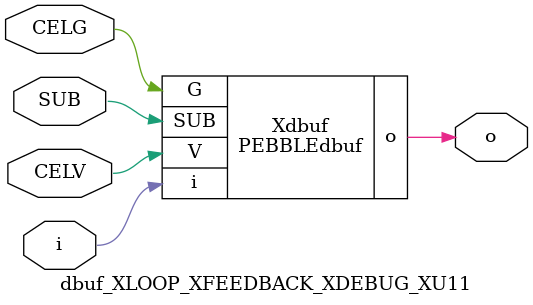
<source format=v>



module PEBBLEdbuf ( o, G, SUB, V, i );

  input V;
  input i;
  input G;
  output o;
  input SUB;
endmodule

//Celera Confidential Do Not Copy dbuf_XLOOP_XFEEDBACK_XDEBUG_XU11
//Celera Confidential Symbol Generator
//Digital Buffer
module dbuf_XLOOP_XFEEDBACK_XDEBUG_XU11 (CELV,CELG,i,o,SUB);
input CELV;
input CELG;
input i;
input SUB;
output o;

//Celera Confidential Do Not Copy dbuf
PEBBLEdbuf Xdbuf(
.V (CELV),
.i (i),
.o (o),
.SUB (SUB),
.G (CELG)
);
//,diesize,PEBBLEdbuf

//Celera Confidential Do Not Copy Module End
//Celera Schematic Generator
endmodule

</source>
